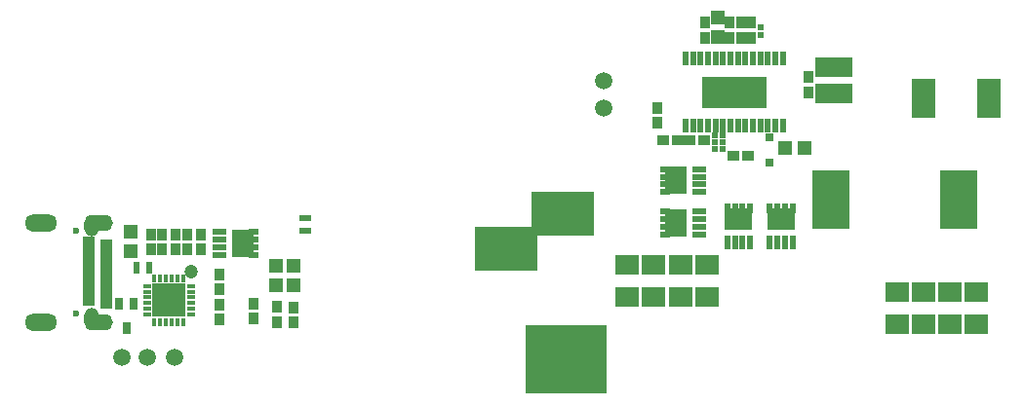
<source format=gbr>
G04 DipTrace 3.3.0.1*
G04 TopMask.gbr*
%MOIN*%
G04 #@! TF.FileFunction,Soldermask,Top*
G04 #@! TF.Part,Single*
%ADD16C,0.023622*%
%ADD44C,0.059055*%
%ADD45C,0.047244*%
%ADD58O,0.051181X0.072835*%
%ADD60O,0.098425X0.055118*%
%ADD62O,0.110236X0.059055*%
%ADD64R,0.043307X0.018504*%
%ADD66R,0.03937X0.018504*%
%ADD68R,0.114173X0.114173*%
%ADD70R,0.017717X0.031496*%
%ADD72R,0.031496X0.017717*%
%ADD74R,0.224409X0.106299*%
%ADD76R,0.023622X0.049213*%
%ADD82R,0.07874X0.133858*%
%ADD84R,0.024016X0.022441*%
%ADD86R,0.095866X0.075787*%
%ADD88R,0.023819X0.04685*%
%ADD90R,0.023819X0.037795*%
%ADD92R,0.075787X0.095866*%
%ADD94R,0.04685X0.023819*%
%ADD96R,0.037795X0.023819*%
%ADD98R,0.125984X0.066929*%
%ADD100R,0.129921X0.204724*%
%ADD102R,0.043307X0.023622*%
%ADD104R,0.023622X0.043307*%
%ADD106R,0.027559X0.041339*%
%ADD108R,0.031496X0.031496*%
%ADD110R,0.047244X0.051181*%
%ADD112R,0.022441X0.024016*%
%ADD114R,0.051181X0.047244*%
%ADD116R,0.043307X0.035433*%
%ADD118R,0.035433X0.043307*%
%ADD120R,0.07874X0.070866*%
%FSLAX26Y26*%
G04*
G70*
G90*
G75*
G01*
G04 TopMask*
%LPD*%
D120*
X3443307Y809399D3*
Y919635D3*
X3533858Y809399D3*
Y919635D3*
X3624412Y809399D3*
Y919635D3*
X3714961Y809399D3*
Y919635D3*
X2522049Y903887D3*
Y1014123D3*
X2612597Y903887D3*
Y1014123D3*
X2703150Y903887D3*
Y1014123D3*
X2793701Y903887D3*
Y1014123D3*
D118*
X3140157Y1655856D3*
Y1604675D3*
X2945276Y1842864D3*
Y1791682D3*
X2787008D3*
Y1842864D3*
D116*
X2884646Y1388139D3*
X2935827D3*
D114*
X3128346Y1411761D3*
X3061417D3*
D116*
X2644094Y1439320D3*
X2695276D3*
D118*
X2624803Y1498375D3*
Y1549556D3*
D112*
X2846850Y1455068D3*
X2822441D3*
D110*
X823228Y1128297D3*
Y1061367D3*
D118*
X1128346Y825147D3*
Y876328D3*
X978740Y1065304D3*
Y1116486D3*
X931496Y1065304D3*
Y1116486D3*
D108*
X3006299Y1364517D3*
Y1451131D3*
D106*
X835039Y880265D3*
X783853D3*
X809446Y797588D3*
D104*
X842913Y1002312D3*
X886220D3*
D102*
X1419685Y1130265D3*
Y1173572D3*
D110*
X1382283Y943257D3*
Y1010186D3*
X1321260Y943257D3*
Y1010186D3*
D100*
X3216929Y1236564D3*
X3653937D3*
D98*
X3226772Y1691289D3*
Y1601131D3*
D96*
X2650000Y1195226D3*
Y1169241D3*
Y1143257D3*
Y1117274D3*
D94*
X2766929Y1195245D3*
Y1169261D3*
Y1143297D3*
Y1117294D3*
D92*
X2686535Y1156171D3*
D90*
X2941339Y1207037D3*
X2915354D3*
X2889370D3*
X2863387D3*
D88*
X2941358Y1090108D3*
X2915374D3*
X2889409D3*
X2863407D3*
D86*
X2902283Y1170501D3*
D96*
X2650000Y1340895D3*
Y1314911D3*
Y1288927D3*
Y1262944D3*
D94*
X2766929Y1340915D3*
Y1314930D3*
Y1288966D3*
Y1262963D3*
D92*
X2686535Y1301840D3*
D90*
X3087008Y1207037D3*
X3061024D3*
X3035039D3*
X3009056D3*
D88*
X3087028Y1090108D3*
X3061043D3*
X3035079D3*
X3009076D3*
D86*
X3047953Y1170501D3*
D96*
X1244488Y1047588D3*
Y1073572D3*
Y1099556D3*
Y1125539D3*
D94*
X1127559Y1047568D3*
Y1073552D3*
Y1099517D3*
Y1125520D3*
D92*
X1207953Y1086643D3*
D84*
X2976772Y1825147D3*
Y1800738D3*
D110*
X2830709Y1794438D3*
Y1861367D3*
D82*
X3535827Y1583021D3*
X3756299D3*
D116*
X2785827Y1439320D3*
X2734646D3*
D118*
X2872047Y1791289D3*
Y1842470D3*
X2909449D3*
Y1791289D3*
D84*
X2821260Y1409793D3*
Y1434202D3*
X2848819Y1409793D3*
Y1434202D3*
D118*
X1018110Y1065304D3*
Y1116486D3*
X1063386Y1065304D3*
Y1116486D3*
X1128346Y929478D3*
Y980659D3*
X1244488Y829084D3*
Y880265D3*
X894094Y1116486D3*
Y1065304D3*
X1382283Y866486D3*
Y815304D3*
X1323228Y817273D3*
Y868454D3*
D44*
X2439814Y1643209D3*
X2439812Y1549458D3*
X795669Y697194D3*
D45*
X1029921Y990501D3*
D44*
X972835Y697194D3*
X880315D3*
D76*
X3053543Y1718848D3*
X3027953D3*
X3002362D3*
X2976772D3*
X2951181D3*
X2925591D3*
X2900000D3*
X2874409D3*
X2848819D3*
X2823228D3*
X2797638D3*
X2772047D3*
X2746457D3*
X2720866D3*
Y1490501D3*
X2746457D3*
X2772047D3*
X2797638D3*
X2823228D3*
X2848819D3*
X2874409D3*
X2900000D3*
X2925591D3*
X2951181D3*
X2976772D3*
X3002362D3*
X3027953D3*
X3053543D3*
D74*
X2887205Y1604675D3*
D72*
X880315Y941289D3*
Y921604D3*
Y901919D3*
Y882234D3*
Y862549D3*
Y842864D3*
D70*
X905906Y817273D3*
X925591D3*
X945276D3*
X964961D3*
X984646D3*
X1004331D3*
D72*
X1029921Y842864D3*
Y862549D3*
Y882234D3*
Y901919D3*
Y921604D3*
Y941289D3*
D70*
X1004331Y966879D3*
X984646D3*
X964961D3*
X945276D3*
X925591D3*
X905906D3*
D68*
X955118Y892076D3*
D66*
X679528Y1100738D3*
Y1081052D3*
Y1061367D3*
Y1041682D3*
Y1021997D3*
Y1002312D3*
Y982627D3*
Y962942D3*
Y943257D3*
Y923572D3*
Y903887D3*
Y884202D3*
D64*
X742520Y1090895D3*
Y1071210D3*
Y1051525D3*
Y1031840D3*
Y1012155D3*
Y992470D3*
Y972785D3*
Y953100D3*
Y933415D3*
Y913730D3*
Y894045D3*
Y874360D3*
D62*
X516142Y1157627D3*
Y817470D3*
D60*
X714961D3*
Y1157627D3*
D58*
X691339Y1145816D3*
Y828887D3*
D16*
X636220Y1129281D3*
Y845816D3*
G36*
X2193701Y1262450D2*
X2406201D1*
Y1112450D1*
X2193701D1*
Y1262450D1*
G37*
G36*
X2174950Y806199D2*
X2449950D1*
Y574950D1*
X2174950D1*
Y806199D1*
G37*
G36*
X2000787Y1144340D2*
X2213287D1*
Y994340D1*
X2000787D1*
Y1144340D1*
G37*
M02*

</source>
